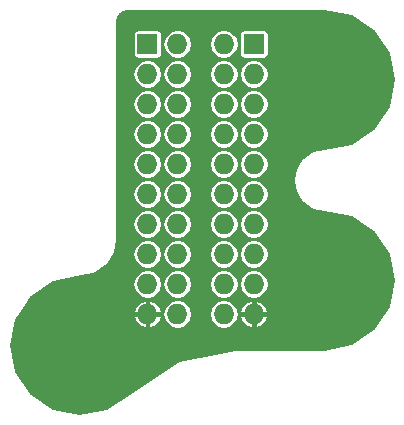
<source format=gbl>
G04 #@! TF.GenerationSoftware,KiCad,Pcbnew,(2016-12-15 revision b13c7e4)-master*
G04 #@! TF.CreationDate,2017-01-30T13:25:33-07:00*
G04 #@! TF.ProjectId,carriage_connector,63617272696167655F636F6E6E656374,0.5*
G04 #@! TF.FileFunction,Copper,L2,Bot,Signal*
G04 #@! TF.FilePolarity,Positive*
%FSLAX46Y46*%
G04 Gerber Fmt 4.6, Leading zero omitted, Abs format (unit mm)*
G04 Created by KiCad (PCBNEW (2016-12-15 revision b13c7e4)-master) date Mon Jan 30 13:25:33 2017*
%MOMM*%
%LPD*%
G01*
G04 APERTURE LIST*
%ADD10C,0.100000*%
%ADD11C,6.200000*%
%ADD12R,1.727200X1.727200*%
%ADD13O,1.727200X1.727200*%
%ADD14C,0.254000*%
G04 APERTURE END LIST*
D10*
D11*
X156000000Y-113000000D03*
X135000000Y-118720000D03*
X156000000Y-96000000D03*
D12*
X150000000Y-93000000D03*
D13*
X147460000Y-93000000D03*
X150000000Y-95540000D03*
X147460000Y-95540000D03*
X150000000Y-98080000D03*
X147460000Y-98080000D03*
X150000000Y-100620000D03*
X147460000Y-100620000D03*
X150000000Y-103160000D03*
X147460000Y-103160000D03*
X150000000Y-105700000D03*
X147460000Y-105700000D03*
X150000000Y-108240000D03*
X147460000Y-108240000D03*
X150000000Y-110780000D03*
X147460000Y-110780000D03*
X150000000Y-113320000D03*
X147460000Y-113320000D03*
X150000000Y-115860000D03*
X147460000Y-115860000D03*
X143540000Y-115860000D03*
X141000000Y-115860000D03*
X143540000Y-113320000D03*
X141000000Y-113320000D03*
X143540000Y-110780000D03*
X141000000Y-110780000D03*
X143540000Y-108240000D03*
X141000000Y-108240000D03*
X143540000Y-105700000D03*
X141000000Y-105700000D03*
X143540000Y-103160000D03*
X141000000Y-103160000D03*
X143540000Y-100620000D03*
X141000000Y-100620000D03*
X143540000Y-98080000D03*
X141000000Y-98080000D03*
X143540000Y-95540000D03*
X141000000Y-95540000D03*
X143540000Y-93000000D03*
D12*
X141000000Y-93000000D03*
D14*
G36*
X158213849Y-90655295D02*
X160090659Y-91909341D01*
X161344705Y-93786151D01*
X161785066Y-96000000D01*
X161344705Y-98213849D01*
X160090659Y-100090659D01*
X158213849Y-101344705D01*
X155911039Y-101802762D01*
X155050001Y-101974033D01*
X154885622Y-102042121D01*
X154155670Y-102529860D01*
X154029859Y-102655670D01*
X154029859Y-102655671D01*
X153542123Y-103385619D01*
X153542121Y-103385621D01*
X153474033Y-103550001D01*
X153302762Y-104411037D01*
X153302762Y-104588961D01*
X153474033Y-105449999D01*
X153542121Y-105614379D01*
X153542123Y-105614381D01*
X154029857Y-106344326D01*
X154029859Y-106344330D01*
X154155670Y-106470140D01*
X154885622Y-106957879D01*
X155050001Y-107025967D01*
X155911039Y-107197238D01*
X158213849Y-107655295D01*
X160090659Y-108909341D01*
X161344705Y-110786151D01*
X161785066Y-113000000D01*
X161344705Y-115213849D01*
X160090659Y-117090659D01*
X158213849Y-118344705D01*
X155955089Y-118794000D01*
X148500000Y-118794000D01*
X148455950Y-118802762D01*
X148411039Y-118802762D01*
X143627496Y-119754268D01*
X143463117Y-119822356D01*
X139407825Y-122532015D01*
X137455597Y-123836453D01*
X135241748Y-124276814D01*
X133027899Y-123836453D01*
X131151089Y-122582407D01*
X129897043Y-120705597D01*
X129456681Y-118491748D01*
X129897043Y-116277899D01*
X130004443Y-116117163D01*
X139782258Y-116117163D01*
X139957079Y-116539235D01*
X140296399Y-116886640D01*
X140742836Y-117077748D01*
X140936500Y-117007735D01*
X140936500Y-115923500D01*
X141063500Y-115923500D01*
X141063500Y-117007735D01*
X141257164Y-117077748D01*
X141703601Y-116886640D01*
X142042921Y-116539235D01*
X142217742Y-116117163D01*
X142147595Y-115923500D01*
X141063500Y-115923500D01*
X140936500Y-115923500D01*
X139852405Y-115923500D01*
X139782258Y-116117163D01*
X130004443Y-116117163D01*
X130176274Y-115860000D01*
X142271017Y-115860000D01*
X142365757Y-116336288D01*
X142635552Y-116740065D01*
X143039329Y-117009860D01*
X143515617Y-117104600D01*
X143564383Y-117104600D01*
X144040671Y-117009860D01*
X144444448Y-116740065D01*
X144714243Y-116336288D01*
X144808983Y-115860000D01*
X146191017Y-115860000D01*
X146285757Y-116336288D01*
X146555552Y-116740065D01*
X146959329Y-117009860D01*
X147435617Y-117104600D01*
X147484383Y-117104600D01*
X147960671Y-117009860D01*
X148364448Y-116740065D01*
X148634243Y-116336288D01*
X148677829Y-116117163D01*
X148782258Y-116117163D01*
X148957079Y-116539235D01*
X149296399Y-116886640D01*
X149742836Y-117077748D01*
X149936500Y-117007735D01*
X149936500Y-115923500D01*
X150063500Y-115923500D01*
X150063500Y-117007735D01*
X150257164Y-117077748D01*
X150703601Y-116886640D01*
X151042921Y-116539235D01*
X151217742Y-116117163D01*
X151147595Y-115923500D01*
X150063500Y-115923500D01*
X149936500Y-115923500D01*
X148852405Y-115923500D01*
X148782258Y-116117163D01*
X148677829Y-116117163D01*
X148728983Y-115860000D01*
X148677830Y-115602837D01*
X148782258Y-115602837D01*
X148852405Y-115796500D01*
X149936500Y-115796500D01*
X149936500Y-114712265D01*
X150063500Y-114712265D01*
X150063500Y-115796500D01*
X151147595Y-115796500D01*
X151217742Y-115602837D01*
X151042921Y-115180765D01*
X150703601Y-114833360D01*
X150257164Y-114642252D01*
X150063500Y-114712265D01*
X149936500Y-114712265D01*
X149742836Y-114642252D01*
X149296399Y-114833360D01*
X148957079Y-115180765D01*
X148782258Y-115602837D01*
X148677830Y-115602837D01*
X148634243Y-115383712D01*
X148364448Y-114979935D01*
X147960671Y-114710140D01*
X147484383Y-114615400D01*
X147435617Y-114615400D01*
X146959329Y-114710140D01*
X146555552Y-114979935D01*
X146285757Y-115383712D01*
X146191017Y-115860000D01*
X144808983Y-115860000D01*
X144714243Y-115383712D01*
X144444448Y-114979935D01*
X144040671Y-114710140D01*
X143564383Y-114615400D01*
X143515617Y-114615400D01*
X143039329Y-114710140D01*
X142635552Y-114979935D01*
X142365757Y-115383712D01*
X142271017Y-115860000D01*
X130176274Y-115860000D01*
X130348105Y-115602837D01*
X139782258Y-115602837D01*
X139852405Y-115796500D01*
X140936500Y-115796500D01*
X140936500Y-114712265D01*
X141063500Y-114712265D01*
X141063500Y-115796500D01*
X142147595Y-115796500D01*
X142217742Y-115602837D01*
X142042921Y-115180765D01*
X141703601Y-114833360D01*
X141257164Y-114642252D01*
X141063500Y-114712265D01*
X140936500Y-114712265D01*
X140742836Y-114642252D01*
X140296399Y-114833360D01*
X139957079Y-115180765D01*
X139782258Y-115602837D01*
X130348105Y-115602837D01*
X131151089Y-114401089D01*
X132769050Y-113320000D01*
X139731017Y-113320000D01*
X139825757Y-113796288D01*
X140095552Y-114200065D01*
X140499329Y-114469860D01*
X140975617Y-114564600D01*
X141024383Y-114564600D01*
X141500671Y-114469860D01*
X141904448Y-114200065D01*
X142174243Y-113796288D01*
X142268983Y-113320000D01*
X142271017Y-113320000D01*
X142365757Y-113796288D01*
X142635552Y-114200065D01*
X143039329Y-114469860D01*
X143515617Y-114564600D01*
X143564383Y-114564600D01*
X144040671Y-114469860D01*
X144444448Y-114200065D01*
X144714243Y-113796288D01*
X144808983Y-113320000D01*
X146191017Y-113320000D01*
X146285757Y-113796288D01*
X146555552Y-114200065D01*
X146959329Y-114469860D01*
X147435617Y-114564600D01*
X147484383Y-114564600D01*
X147960671Y-114469860D01*
X148364448Y-114200065D01*
X148634243Y-113796288D01*
X148728983Y-113320000D01*
X148731017Y-113320000D01*
X148825757Y-113796288D01*
X149095552Y-114200065D01*
X149499329Y-114469860D01*
X149975617Y-114564600D01*
X150024383Y-114564600D01*
X150500671Y-114469860D01*
X150904448Y-114200065D01*
X151174243Y-113796288D01*
X151268983Y-113320000D01*
X151174243Y-112843712D01*
X150904448Y-112439935D01*
X150500671Y-112170140D01*
X150024383Y-112075400D01*
X149975617Y-112075400D01*
X149499329Y-112170140D01*
X149095552Y-112439935D01*
X148825757Y-112843712D01*
X148731017Y-113320000D01*
X148728983Y-113320000D01*
X148634243Y-112843712D01*
X148364448Y-112439935D01*
X147960671Y-112170140D01*
X147484383Y-112075400D01*
X147435617Y-112075400D01*
X146959329Y-112170140D01*
X146555552Y-112439935D01*
X146285757Y-112843712D01*
X146191017Y-113320000D01*
X144808983Y-113320000D01*
X144714243Y-112843712D01*
X144444448Y-112439935D01*
X144040671Y-112170140D01*
X143564383Y-112075400D01*
X143515617Y-112075400D01*
X143039329Y-112170140D01*
X142635552Y-112439935D01*
X142365757Y-112843712D01*
X142271017Y-113320000D01*
X142268983Y-113320000D01*
X142174243Y-112843712D01*
X141904448Y-112439935D01*
X141500671Y-112170140D01*
X141024383Y-112075400D01*
X140975617Y-112075400D01*
X140499329Y-112170140D01*
X140095552Y-112439935D01*
X139825757Y-112843712D01*
X139731017Y-113320000D01*
X132769050Y-113320000D01*
X133027899Y-113147043D01*
X135330710Y-112688986D01*
X135330711Y-112688986D01*
X136383088Y-112479655D01*
X136547467Y-112411567D01*
X137439632Y-111815442D01*
X137565442Y-111689632D01*
X138161567Y-110797467D01*
X138168802Y-110780000D01*
X139731017Y-110780000D01*
X139825757Y-111256288D01*
X140095552Y-111660065D01*
X140499329Y-111929860D01*
X140975617Y-112024600D01*
X141024383Y-112024600D01*
X141500671Y-111929860D01*
X141904448Y-111660065D01*
X142174243Y-111256288D01*
X142268983Y-110780000D01*
X142271017Y-110780000D01*
X142365757Y-111256288D01*
X142635552Y-111660065D01*
X143039329Y-111929860D01*
X143515617Y-112024600D01*
X143564383Y-112024600D01*
X144040671Y-111929860D01*
X144444448Y-111660065D01*
X144714243Y-111256288D01*
X144808983Y-110780000D01*
X146191017Y-110780000D01*
X146285757Y-111256288D01*
X146555552Y-111660065D01*
X146959329Y-111929860D01*
X147435617Y-112024600D01*
X147484383Y-112024600D01*
X147960671Y-111929860D01*
X148364448Y-111660065D01*
X148634243Y-111256288D01*
X148728983Y-110780000D01*
X148731017Y-110780000D01*
X148825757Y-111256288D01*
X149095552Y-111660065D01*
X149499329Y-111929860D01*
X149975617Y-112024600D01*
X150024383Y-112024600D01*
X150500671Y-111929860D01*
X150904448Y-111660065D01*
X151174243Y-111256288D01*
X151268983Y-110780000D01*
X151174243Y-110303712D01*
X150904448Y-109899935D01*
X150500671Y-109630140D01*
X150024383Y-109535400D01*
X149975617Y-109535400D01*
X149499329Y-109630140D01*
X149095552Y-109899935D01*
X148825757Y-110303712D01*
X148731017Y-110780000D01*
X148728983Y-110780000D01*
X148634243Y-110303712D01*
X148364448Y-109899935D01*
X147960671Y-109630140D01*
X147484383Y-109535400D01*
X147435617Y-109535400D01*
X146959329Y-109630140D01*
X146555552Y-109899935D01*
X146285757Y-110303712D01*
X146191017Y-110780000D01*
X144808983Y-110780000D01*
X144714243Y-110303712D01*
X144444448Y-109899935D01*
X144040671Y-109630140D01*
X143564383Y-109535400D01*
X143515617Y-109535400D01*
X143039329Y-109630140D01*
X142635552Y-109899935D01*
X142365757Y-110303712D01*
X142271017Y-110780000D01*
X142268983Y-110780000D01*
X142174243Y-110303712D01*
X141904448Y-109899935D01*
X141500671Y-109630140D01*
X141024383Y-109535400D01*
X140975617Y-109535400D01*
X140499329Y-109630140D01*
X140095552Y-109899935D01*
X139825757Y-110303712D01*
X139731017Y-110780000D01*
X138168802Y-110780000D01*
X138229655Y-110633088D01*
X138438986Y-109580709D01*
X138438986Y-109544050D01*
X138447748Y-109500000D01*
X138447748Y-108240000D01*
X139731017Y-108240000D01*
X139825757Y-108716288D01*
X140095552Y-109120065D01*
X140499329Y-109389860D01*
X140975617Y-109484600D01*
X141024383Y-109484600D01*
X141500671Y-109389860D01*
X141904448Y-109120065D01*
X142174243Y-108716288D01*
X142268983Y-108240000D01*
X142271017Y-108240000D01*
X142365757Y-108716288D01*
X142635552Y-109120065D01*
X143039329Y-109389860D01*
X143515617Y-109484600D01*
X143564383Y-109484600D01*
X144040671Y-109389860D01*
X144444448Y-109120065D01*
X144714243Y-108716288D01*
X144808983Y-108240000D01*
X146191017Y-108240000D01*
X146285757Y-108716288D01*
X146555552Y-109120065D01*
X146959329Y-109389860D01*
X147435617Y-109484600D01*
X147484383Y-109484600D01*
X147960671Y-109389860D01*
X148364448Y-109120065D01*
X148634243Y-108716288D01*
X148728983Y-108240000D01*
X148731017Y-108240000D01*
X148825757Y-108716288D01*
X149095552Y-109120065D01*
X149499329Y-109389860D01*
X149975617Y-109484600D01*
X150024383Y-109484600D01*
X150500671Y-109389860D01*
X150904448Y-109120065D01*
X151174243Y-108716288D01*
X151268983Y-108240000D01*
X151174243Y-107763712D01*
X150904448Y-107359935D01*
X150500671Y-107090140D01*
X150024383Y-106995400D01*
X149975617Y-106995400D01*
X149499329Y-107090140D01*
X149095552Y-107359935D01*
X148825757Y-107763712D01*
X148731017Y-108240000D01*
X148728983Y-108240000D01*
X148634243Y-107763712D01*
X148364448Y-107359935D01*
X147960671Y-107090140D01*
X147484383Y-106995400D01*
X147435617Y-106995400D01*
X146959329Y-107090140D01*
X146555552Y-107359935D01*
X146285757Y-107763712D01*
X146191017Y-108240000D01*
X144808983Y-108240000D01*
X144714243Y-107763712D01*
X144444448Y-107359935D01*
X144040671Y-107090140D01*
X143564383Y-106995400D01*
X143515617Y-106995400D01*
X143039329Y-107090140D01*
X142635552Y-107359935D01*
X142365757Y-107763712D01*
X142271017Y-108240000D01*
X142268983Y-108240000D01*
X142174243Y-107763712D01*
X141904448Y-107359935D01*
X141500671Y-107090140D01*
X141024383Y-106995400D01*
X140975617Y-106995400D01*
X140499329Y-107090140D01*
X140095552Y-107359935D01*
X139825757Y-107763712D01*
X139731017Y-108240000D01*
X138447748Y-108240000D01*
X138447748Y-105700000D01*
X139731017Y-105700000D01*
X139825757Y-106176288D01*
X140095552Y-106580065D01*
X140499329Y-106849860D01*
X140975617Y-106944600D01*
X141024383Y-106944600D01*
X141500671Y-106849860D01*
X141904448Y-106580065D01*
X142174243Y-106176288D01*
X142268983Y-105700000D01*
X142271017Y-105700000D01*
X142365757Y-106176288D01*
X142635552Y-106580065D01*
X143039329Y-106849860D01*
X143515617Y-106944600D01*
X143564383Y-106944600D01*
X144040671Y-106849860D01*
X144444448Y-106580065D01*
X144714243Y-106176288D01*
X144808983Y-105700000D01*
X146191017Y-105700000D01*
X146285757Y-106176288D01*
X146555552Y-106580065D01*
X146959329Y-106849860D01*
X147435617Y-106944600D01*
X147484383Y-106944600D01*
X147960671Y-106849860D01*
X148364448Y-106580065D01*
X148634243Y-106176288D01*
X148728983Y-105700000D01*
X148731017Y-105700000D01*
X148825757Y-106176288D01*
X149095552Y-106580065D01*
X149499329Y-106849860D01*
X149975617Y-106944600D01*
X150024383Y-106944600D01*
X150500671Y-106849860D01*
X150904448Y-106580065D01*
X151174243Y-106176288D01*
X151268983Y-105700000D01*
X151174243Y-105223712D01*
X150904448Y-104819935D01*
X150500671Y-104550140D01*
X150024383Y-104455400D01*
X149975617Y-104455400D01*
X149499329Y-104550140D01*
X149095552Y-104819935D01*
X148825757Y-105223712D01*
X148731017Y-105700000D01*
X148728983Y-105700000D01*
X148634243Y-105223712D01*
X148364448Y-104819935D01*
X147960671Y-104550140D01*
X147484383Y-104455400D01*
X147435617Y-104455400D01*
X146959329Y-104550140D01*
X146555552Y-104819935D01*
X146285757Y-105223712D01*
X146191017Y-105700000D01*
X144808983Y-105700000D01*
X144714243Y-105223712D01*
X144444448Y-104819935D01*
X144040671Y-104550140D01*
X143564383Y-104455400D01*
X143515617Y-104455400D01*
X143039329Y-104550140D01*
X142635552Y-104819935D01*
X142365757Y-105223712D01*
X142271017Y-105700000D01*
X142268983Y-105700000D01*
X142174243Y-105223712D01*
X141904448Y-104819935D01*
X141500671Y-104550140D01*
X141024383Y-104455400D01*
X140975617Y-104455400D01*
X140499329Y-104550140D01*
X140095552Y-104819935D01*
X139825757Y-105223712D01*
X139731017Y-105700000D01*
X138447748Y-105700000D01*
X138447748Y-103160000D01*
X139731017Y-103160000D01*
X139825757Y-103636288D01*
X140095552Y-104040065D01*
X140499329Y-104309860D01*
X140975617Y-104404600D01*
X141024383Y-104404600D01*
X141500671Y-104309860D01*
X141904448Y-104040065D01*
X142174243Y-103636288D01*
X142268983Y-103160000D01*
X142271017Y-103160000D01*
X142365757Y-103636288D01*
X142635552Y-104040065D01*
X143039329Y-104309860D01*
X143515617Y-104404600D01*
X143564383Y-104404600D01*
X144040671Y-104309860D01*
X144444448Y-104040065D01*
X144714243Y-103636288D01*
X144808983Y-103160000D01*
X146191017Y-103160000D01*
X146285757Y-103636288D01*
X146555552Y-104040065D01*
X146959329Y-104309860D01*
X147435617Y-104404600D01*
X147484383Y-104404600D01*
X147960671Y-104309860D01*
X148364448Y-104040065D01*
X148634243Y-103636288D01*
X148728983Y-103160000D01*
X148731017Y-103160000D01*
X148825757Y-103636288D01*
X149095552Y-104040065D01*
X149499329Y-104309860D01*
X149975617Y-104404600D01*
X150024383Y-104404600D01*
X150500671Y-104309860D01*
X150904448Y-104040065D01*
X151174243Y-103636288D01*
X151268983Y-103160000D01*
X151174243Y-102683712D01*
X150904448Y-102279935D01*
X150500671Y-102010140D01*
X150024383Y-101915400D01*
X149975617Y-101915400D01*
X149499329Y-102010140D01*
X149095552Y-102279935D01*
X148825757Y-102683712D01*
X148731017Y-103160000D01*
X148728983Y-103160000D01*
X148634243Y-102683712D01*
X148364448Y-102279935D01*
X147960671Y-102010140D01*
X147484383Y-101915400D01*
X147435617Y-101915400D01*
X146959329Y-102010140D01*
X146555552Y-102279935D01*
X146285757Y-102683712D01*
X146191017Y-103160000D01*
X144808983Y-103160000D01*
X144714243Y-102683712D01*
X144444448Y-102279935D01*
X144040671Y-102010140D01*
X143564383Y-101915400D01*
X143515617Y-101915400D01*
X143039329Y-102010140D01*
X142635552Y-102279935D01*
X142365757Y-102683712D01*
X142271017Y-103160000D01*
X142268983Y-103160000D01*
X142174243Y-102683712D01*
X141904448Y-102279935D01*
X141500671Y-102010140D01*
X141024383Y-101915400D01*
X140975617Y-101915400D01*
X140499329Y-102010140D01*
X140095552Y-102279935D01*
X139825757Y-102683712D01*
X139731017Y-103160000D01*
X138447748Y-103160000D01*
X138447748Y-100620000D01*
X139731017Y-100620000D01*
X139825757Y-101096288D01*
X140095552Y-101500065D01*
X140499329Y-101769860D01*
X140975617Y-101864600D01*
X141024383Y-101864600D01*
X141500671Y-101769860D01*
X141904448Y-101500065D01*
X142174243Y-101096288D01*
X142268983Y-100620000D01*
X142271017Y-100620000D01*
X142365757Y-101096288D01*
X142635552Y-101500065D01*
X143039329Y-101769860D01*
X143515617Y-101864600D01*
X143564383Y-101864600D01*
X144040671Y-101769860D01*
X144444448Y-101500065D01*
X144714243Y-101096288D01*
X144808983Y-100620000D01*
X146191017Y-100620000D01*
X146285757Y-101096288D01*
X146555552Y-101500065D01*
X146959329Y-101769860D01*
X147435617Y-101864600D01*
X147484383Y-101864600D01*
X147960671Y-101769860D01*
X148364448Y-101500065D01*
X148634243Y-101096288D01*
X148728983Y-100620000D01*
X148731017Y-100620000D01*
X148825757Y-101096288D01*
X149095552Y-101500065D01*
X149499329Y-101769860D01*
X149975617Y-101864600D01*
X150024383Y-101864600D01*
X150500671Y-101769860D01*
X150904448Y-101500065D01*
X151174243Y-101096288D01*
X151268983Y-100620000D01*
X151174243Y-100143712D01*
X150904448Y-99739935D01*
X150500671Y-99470140D01*
X150024383Y-99375400D01*
X149975617Y-99375400D01*
X149499329Y-99470140D01*
X149095552Y-99739935D01*
X148825757Y-100143712D01*
X148731017Y-100620000D01*
X148728983Y-100620000D01*
X148634243Y-100143712D01*
X148364448Y-99739935D01*
X147960671Y-99470140D01*
X147484383Y-99375400D01*
X147435617Y-99375400D01*
X146959329Y-99470140D01*
X146555552Y-99739935D01*
X146285757Y-100143712D01*
X146191017Y-100620000D01*
X144808983Y-100620000D01*
X144714243Y-100143712D01*
X144444448Y-99739935D01*
X144040671Y-99470140D01*
X143564383Y-99375400D01*
X143515617Y-99375400D01*
X143039329Y-99470140D01*
X142635552Y-99739935D01*
X142365757Y-100143712D01*
X142271017Y-100620000D01*
X142268983Y-100620000D01*
X142174243Y-100143712D01*
X141904448Y-99739935D01*
X141500671Y-99470140D01*
X141024383Y-99375400D01*
X140975617Y-99375400D01*
X140499329Y-99470140D01*
X140095552Y-99739935D01*
X139825757Y-100143712D01*
X139731017Y-100620000D01*
X138447748Y-100620000D01*
X138447748Y-98080000D01*
X139731017Y-98080000D01*
X139825757Y-98556288D01*
X140095552Y-98960065D01*
X140499329Y-99229860D01*
X140975617Y-99324600D01*
X141024383Y-99324600D01*
X141500671Y-99229860D01*
X141904448Y-98960065D01*
X142174243Y-98556288D01*
X142268983Y-98080000D01*
X142271017Y-98080000D01*
X142365757Y-98556288D01*
X142635552Y-98960065D01*
X143039329Y-99229860D01*
X143515617Y-99324600D01*
X143564383Y-99324600D01*
X144040671Y-99229860D01*
X144444448Y-98960065D01*
X144714243Y-98556288D01*
X144808983Y-98080000D01*
X146191017Y-98080000D01*
X146285757Y-98556288D01*
X146555552Y-98960065D01*
X146959329Y-99229860D01*
X147435617Y-99324600D01*
X147484383Y-99324600D01*
X147960671Y-99229860D01*
X148364448Y-98960065D01*
X148634243Y-98556288D01*
X148728983Y-98080000D01*
X148731017Y-98080000D01*
X148825757Y-98556288D01*
X149095552Y-98960065D01*
X149499329Y-99229860D01*
X149975617Y-99324600D01*
X150024383Y-99324600D01*
X150500671Y-99229860D01*
X150904448Y-98960065D01*
X151174243Y-98556288D01*
X151268983Y-98080000D01*
X151174243Y-97603712D01*
X150904448Y-97199935D01*
X150500671Y-96930140D01*
X150024383Y-96835400D01*
X149975617Y-96835400D01*
X149499329Y-96930140D01*
X149095552Y-97199935D01*
X148825757Y-97603712D01*
X148731017Y-98080000D01*
X148728983Y-98080000D01*
X148634243Y-97603712D01*
X148364448Y-97199935D01*
X147960671Y-96930140D01*
X147484383Y-96835400D01*
X147435617Y-96835400D01*
X146959329Y-96930140D01*
X146555552Y-97199935D01*
X146285757Y-97603712D01*
X146191017Y-98080000D01*
X144808983Y-98080000D01*
X144714243Y-97603712D01*
X144444448Y-97199935D01*
X144040671Y-96930140D01*
X143564383Y-96835400D01*
X143515617Y-96835400D01*
X143039329Y-96930140D01*
X142635552Y-97199935D01*
X142365757Y-97603712D01*
X142271017Y-98080000D01*
X142268983Y-98080000D01*
X142174243Y-97603712D01*
X141904448Y-97199935D01*
X141500671Y-96930140D01*
X141024383Y-96835400D01*
X140975617Y-96835400D01*
X140499329Y-96930140D01*
X140095552Y-97199935D01*
X139825757Y-97603712D01*
X139731017Y-98080000D01*
X138447748Y-98080000D01*
X138447748Y-95540000D01*
X139731017Y-95540000D01*
X139825757Y-96016288D01*
X140095552Y-96420065D01*
X140499329Y-96689860D01*
X140975617Y-96784600D01*
X141024383Y-96784600D01*
X141500671Y-96689860D01*
X141904448Y-96420065D01*
X142174243Y-96016288D01*
X142268983Y-95540000D01*
X142271017Y-95540000D01*
X142365757Y-96016288D01*
X142635552Y-96420065D01*
X143039329Y-96689860D01*
X143515617Y-96784600D01*
X143564383Y-96784600D01*
X144040671Y-96689860D01*
X144444448Y-96420065D01*
X144714243Y-96016288D01*
X144808983Y-95540000D01*
X146191017Y-95540000D01*
X146285757Y-96016288D01*
X146555552Y-96420065D01*
X146959329Y-96689860D01*
X147435617Y-96784600D01*
X147484383Y-96784600D01*
X147960671Y-96689860D01*
X148364448Y-96420065D01*
X148634243Y-96016288D01*
X148728983Y-95540000D01*
X148731017Y-95540000D01*
X148825757Y-96016288D01*
X149095552Y-96420065D01*
X149499329Y-96689860D01*
X149975617Y-96784600D01*
X150024383Y-96784600D01*
X150500671Y-96689860D01*
X150904448Y-96420065D01*
X151174243Y-96016288D01*
X151268983Y-95540000D01*
X151174243Y-95063712D01*
X150904448Y-94659935D01*
X150500671Y-94390140D01*
X150024383Y-94295400D01*
X149975617Y-94295400D01*
X149499329Y-94390140D01*
X149095552Y-94659935D01*
X148825757Y-95063712D01*
X148731017Y-95540000D01*
X148728983Y-95540000D01*
X148634243Y-95063712D01*
X148364448Y-94659935D01*
X147960671Y-94390140D01*
X147484383Y-94295400D01*
X147435617Y-94295400D01*
X146959329Y-94390140D01*
X146555552Y-94659935D01*
X146285757Y-95063712D01*
X146191017Y-95540000D01*
X144808983Y-95540000D01*
X144714243Y-95063712D01*
X144444448Y-94659935D01*
X144040671Y-94390140D01*
X143564383Y-94295400D01*
X143515617Y-94295400D01*
X143039329Y-94390140D01*
X142635552Y-94659935D01*
X142365757Y-95063712D01*
X142271017Y-95540000D01*
X142268983Y-95540000D01*
X142174243Y-95063712D01*
X141904448Y-94659935D01*
X141500671Y-94390140D01*
X141024383Y-94295400D01*
X140975617Y-94295400D01*
X140499329Y-94390140D01*
X140095552Y-94659935D01*
X139825757Y-95063712D01*
X139731017Y-95540000D01*
X138447748Y-95540000D01*
X138447748Y-92136400D01*
X139747936Y-92136400D01*
X139747936Y-93863600D01*
X139777506Y-94012259D01*
X139861714Y-94138286D01*
X139987741Y-94222494D01*
X140136400Y-94252064D01*
X141863600Y-94252064D01*
X142012259Y-94222494D01*
X142138286Y-94138286D01*
X142222494Y-94012259D01*
X142252064Y-93863600D01*
X142252064Y-93000000D01*
X142271017Y-93000000D01*
X142365757Y-93476288D01*
X142635552Y-93880065D01*
X143039329Y-94149860D01*
X143515617Y-94244600D01*
X143564383Y-94244600D01*
X144040671Y-94149860D01*
X144444448Y-93880065D01*
X144714243Y-93476288D01*
X144808983Y-93000000D01*
X146191017Y-93000000D01*
X146285757Y-93476288D01*
X146555552Y-93880065D01*
X146959329Y-94149860D01*
X147435617Y-94244600D01*
X147484383Y-94244600D01*
X147960671Y-94149860D01*
X148364448Y-93880065D01*
X148634243Y-93476288D01*
X148728983Y-93000000D01*
X148634243Y-92523712D01*
X148375450Y-92136400D01*
X148747936Y-92136400D01*
X148747936Y-93863600D01*
X148777506Y-94012259D01*
X148861714Y-94138286D01*
X148987741Y-94222494D01*
X149136400Y-94252064D01*
X150863600Y-94252064D01*
X151012259Y-94222494D01*
X151138286Y-94138286D01*
X151222494Y-94012259D01*
X151252064Y-93863600D01*
X151252064Y-92136400D01*
X151222494Y-91987741D01*
X151138286Y-91861714D01*
X151012259Y-91777506D01*
X150863600Y-91747936D01*
X149136400Y-91747936D01*
X148987741Y-91777506D01*
X148861714Y-91861714D01*
X148777506Y-91987741D01*
X148747936Y-92136400D01*
X148375450Y-92136400D01*
X148364448Y-92119935D01*
X147960671Y-91850140D01*
X147484383Y-91755400D01*
X147435617Y-91755400D01*
X146959329Y-91850140D01*
X146555552Y-92119935D01*
X146285757Y-92523712D01*
X146191017Y-93000000D01*
X144808983Y-93000000D01*
X144714243Y-92523712D01*
X144444448Y-92119935D01*
X144040671Y-91850140D01*
X143564383Y-91755400D01*
X143515617Y-91755400D01*
X143039329Y-91850140D01*
X142635552Y-92119935D01*
X142365757Y-92523712D01*
X142271017Y-93000000D01*
X142252064Y-93000000D01*
X142252064Y-92136400D01*
X142222494Y-91987741D01*
X142138286Y-91861714D01*
X142012259Y-91777506D01*
X141863600Y-91747936D01*
X140136400Y-91747936D01*
X139987741Y-91777506D01*
X139861714Y-91861714D01*
X139777506Y-91987741D01*
X139747936Y-92136400D01*
X138447748Y-92136400D01*
X138447748Y-91044913D01*
X138516441Y-90699568D01*
X138686623Y-90444875D01*
X138941316Y-90274694D01*
X139286661Y-90206000D01*
X155955089Y-90206000D01*
X158213849Y-90655295D01*
X158213849Y-90655295D01*
G37*
X158213849Y-90655295D02*
X160090659Y-91909341D01*
X161344705Y-93786151D01*
X161785066Y-96000000D01*
X161344705Y-98213849D01*
X160090659Y-100090659D01*
X158213849Y-101344705D01*
X155911039Y-101802762D01*
X155050001Y-101974033D01*
X154885622Y-102042121D01*
X154155670Y-102529860D01*
X154029859Y-102655670D01*
X154029859Y-102655671D01*
X153542123Y-103385619D01*
X153542121Y-103385621D01*
X153474033Y-103550001D01*
X153302762Y-104411037D01*
X153302762Y-104588961D01*
X153474033Y-105449999D01*
X153542121Y-105614379D01*
X153542123Y-105614381D01*
X154029857Y-106344326D01*
X154029859Y-106344330D01*
X154155670Y-106470140D01*
X154885622Y-106957879D01*
X155050001Y-107025967D01*
X155911039Y-107197238D01*
X158213849Y-107655295D01*
X160090659Y-108909341D01*
X161344705Y-110786151D01*
X161785066Y-113000000D01*
X161344705Y-115213849D01*
X160090659Y-117090659D01*
X158213849Y-118344705D01*
X155955089Y-118794000D01*
X148500000Y-118794000D01*
X148455950Y-118802762D01*
X148411039Y-118802762D01*
X143627496Y-119754268D01*
X143463117Y-119822356D01*
X139407825Y-122532015D01*
X137455597Y-123836453D01*
X135241748Y-124276814D01*
X133027899Y-123836453D01*
X131151089Y-122582407D01*
X129897043Y-120705597D01*
X129456681Y-118491748D01*
X129897043Y-116277899D01*
X130004443Y-116117163D01*
X139782258Y-116117163D01*
X139957079Y-116539235D01*
X140296399Y-116886640D01*
X140742836Y-117077748D01*
X140936500Y-117007735D01*
X140936500Y-115923500D01*
X141063500Y-115923500D01*
X141063500Y-117007735D01*
X141257164Y-117077748D01*
X141703601Y-116886640D01*
X142042921Y-116539235D01*
X142217742Y-116117163D01*
X142147595Y-115923500D01*
X141063500Y-115923500D01*
X140936500Y-115923500D01*
X139852405Y-115923500D01*
X139782258Y-116117163D01*
X130004443Y-116117163D01*
X130176274Y-115860000D01*
X142271017Y-115860000D01*
X142365757Y-116336288D01*
X142635552Y-116740065D01*
X143039329Y-117009860D01*
X143515617Y-117104600D01*
X143564383Y-117104600D01*
X144040671Y-117009860D01*
X144444448Y-116740065D01*
X144714243Y-116336288D01*
X144808983Y-115860000D01*
X146191017Y-115860000D01*
X146285757Y-116336288D01*
X146555552Y-116740065D01*
X146959329Y-117009860D01*
X147435617Y-117104600D01*
X147484383Y-117104600D01*
X147960671Y-117009860D01*
X148364448Y-116740065D01*
X148634243Y-116336288D01*
X148677829Y-116117163D01*
X148782258Y-116117163D01*
X148957079Y-116539235D01*
X149296399Y-116886640D01*
X149742836Y-117077748D01*
X149936500Y-117007735D01*
X149936500Y-115923500D01*
X150063500Y-115923500D01*
X150063500Y-117007735D01*
X150257164Y-117077748D01*
X150703601Y-116886640D01*
X151042921Y-116539235D01*
X151217742Y-116117163D01*
X151147595Y-115923500D01*
X150063500Y-115923500D01*
X149936500Y-115923500D01*
X148852405Y-115923500D01*
X148782258Y-116117163D01*
X148677829Y-116117163D01*
X148728983Y-115860000D01*
X148677830Y-115602837D01*
X148782258Y-115602837D01*
X148852405Y-115796500D01*
X149936500Y-115796500D01*
X149936500Y-114712265D01*
X150063500Y-114712265D01*
X150063500Y-115796500D01*
X151147595Y-115796500D01*
X151217742Y-115602837D01*
X151042921Y-115180765D01*
X150703601Y-114833360D01*
X150257164Y-114642252D01*
X150063500Y-114712265D01*
X149936500Y-114712265D01*
X149742836Y-114642252D01*
X149296399Y-114833360D01*
X148957079Y-115180765D01*
X148782258Y-115602837D01*
X148677830Y-115602837D01*
X148634243Y-115383712D01*
X148364448Y-114979935D01*
X147960671Y-114710140D01*
X147484383Y-114615400D01*
X147435617Y-114615400D01*
X146959329Y-114710140D01*
X146555552Y-114979935D01*
X146285757Y-115383712D01*
X146191017Y-115860000D01*
X144808983Y-115860000D01*
X144714243Y-115383712D01*
X144444448Y-114979935D01*
X144040671Y-114710140D01*
X143564383Y-114615400D01*
X143515617Y-114615400D01*
X143039329Y-114710140D01*
X142635552Y-114979935D01*
X142365757Y-115383712D01*
X142271017Y-115860000D01*
X130176274Y-115860000D01*
X130348105Y-115602837D01*
X139782258Y-115602837D01*
X139852405Y-115796500D01*
X140936500Y-115796500D01*
X140936500Y-114712265D01*
X141063500Y-114712265D01*
X141063500Y-115796500D01*
X142147595Y-115796500D01*
X142217742Y-115602837D01*
X142042921Y-115180765D01*
X141703601Y-114833360D01*
X141257164Y-114642252D01*
X141063500Y-114712265D01*
X140936500Y-114712265D01*
X140742836Y-114642252D01*
X140296399Y-114833360D01*
X139957079Y-115180765D01*
X139782258Y-115602837D01*
X130348105Y-115602837D01*
X131151089Y-114401089D01*
X132769050Y-113320000D01*
X139731017Y-113320000D01*
X139825757Y-113796288D01*
X140095552Y-114200065D01*
X140499329Y-114469860D01*
X140975617Y-114564600D01*
X141024383Y-114564600D01*
X141500671Y-114469860D01*
X141904448Y-114200065D01*
X142174243Y-113796288D01*
X142268983Y-113320000D01*
X142271017Y-113320000D01*
X142365757Y-113796288D01*
X142635552Y-114200065D01*
X143039329Y-114469860D01*
X143515617Y-114564600D01*
X143564383Y-114564600D01*
X144040671Y-114469860D01*
X144444448Y-114200065D01*
X144714243Y-113796288D01*
X144808983Y-113320000D01*
X146191017Y-113320000D01*
X146285757Y-113796288D01*
X146555552Y-114200065D01*
X146959329Y-114469860D01*
X147435617Y-114564600D01*
X147484383Y-114564600D01*
X147960671Y-114469860D01*
X148364448Y-114200065D01*
X148634243Y-113796288D01*
X148728983Y-113320000D01*
X148731017Y-113320000D01*
X148825757Y-113796288D01*
X149095552Y-114200065D01*
X149499329Y-114469860D01*
X149975617Y-114564600D01*
X150024383Y-114564600D01*
X150500671Y-114469860D01*
X150904448Y-114200065D01*
X151174243Y-113796288D01*
X151268983Y-113320000D01*
X151174243Y-112843712D01*
X150904448Y-112439935D01*
X150500671Y-112170140D01*
X150024383Y-112075400D01*
X149975617Y-112075400D01*
X149499329Y-112170140D01*
X149095552Y-112439935D01*
X148825757Y-112843712D01*
X148731017Y-113320000D01*
X148728983Y-113320000D01*
X148634243Y-112843712D01*
X148364448Y-112439935D01*
X147960671Y-112170140D01*
X147484383Y-112075400D01*
X147435617Y-112075400D01*
X146959329Y-112170140D01*
X146555552Y-112439935D01*
X146285757Y-112843712D01*
X146191017Y-113320000D01*
X144808983Y-113320000D01*
X144714243Y-112843712D01*
X144444448Y-112439935D01*
X144040671Y-112170140D01*
X143564383Y-112075400D01*
X143515617Y-112075400D01*
X143039329Y-112170140D01*
X142635552Y-112439935D01*
X142365757Y-112843712D01*
X142271017Y-113320000D01*
X142268983Y-113320000D01*
X142174243Y-112843712D01*
X141904448Y-112439935D01*
X141500671Y-112170140D01*
X141024383Y-112075400D01*
X140975617Y-112075400D01*
X140499329Y-112170140D01*
X140095552Y-112439935D01*
X139825757Y-112843712D01*
X139731017Y-113320000D01*
X132769050Y-113320000D01*
X133027899Y-113147043D01*
X135330710Y-112688986D01*
X135330711Y-112688986D01*
X136383088Y-112479655D01*
X136547467Y-112411567D01*
X137439632Y-111815442D01*
X137565442Y-111689632D01*
X138161567Y-110797467D01*
X138168802Y-110780000D01*
X139731017Y-110780000D01*
X139825757Y-111256288D01*
X140095552Y-111660065D01*
X140499329Y-111929860D01*
X140975617Y-112024600D01*
X141024383Y-112024600D01*
X141500671Y-111929860D01*
X141904448Y-111660065D01*
X142174243Y-111256288D01*
X142268983Y-110780000D01*
X142271017Y-110780000D01*
X142365757Y-111256288D01*
X142635552Y-111660065D01*
X143039329Y-111929860D01*
X143515617Y-112024600D01*
X143564383Y-112024600D01*
X144040671Y-111929860D01*
X144444448Y-111660065D01*
X144714243Y-111256288D01*
X144808983Y-110780000D01*
X146191017Y-110780000D01*
X146285757Y-111256288D01*
X146555552Y-111660065D01*
X146959329Y-111929860D01*
X147435617Y-112024600D01*
X147484383Y-112024600D01*
X147960671Y-111929860D01*
X148364448Y-111660065D01*
X148634243Y-111256288D01*
X148728983Y-110780000D01*
X148731017Y-110780000D01*
X148825757Y-111256288D01*
X149095552Y-111660065D01*
X149499329Y-111929860D01*
X149975617Y-112024600D01*
X150024383Y-112024600D01*
X150500671Y-111929860D01*
X150904448Y-111660065D01*
X151174243Y-111256288D01*
X151268983Y-110780000D01*
X151174243Y-110303712D01*
X150904448Y-109899935D01*
X150500671Y-109630140D01*
X150024383Y-109535400D01*
X149975617Y-109535400D01*
X149499329Y-109630140D01*
X149095552Y-109899935D01*
X148825757Y-110303712D01*
X148731017Y-110780000D01*
X148728983Y-110780000D01*
X148634243Y-110303712D01*
X148364448Y-109899935D01*
X147960671Y-109630140D01*
X147484383Y-109535400D01*
X147435617Y-109535400D01*
X146959329Y-109630140D01*
X146555552Y-109899935D01*
X146285757Y-110303712D01*
X146191017Y-110780000D01*
X144808983Y-110780000D01*
X144714243Y-110303712D01*
X144444448Y-109899935D01*
X144040671Y-109630140D01*
X143564383Y-109535400D01*
X143515617Y-109535400D01*
X143039329Y-109630140D01*
X142635552Y-109899935D01*
X142365757Y-110303712D01*
X142271017Y-110780000D01*
X142268983Y-110780000D01*
X142174243Y-110303712D01*
X141904448Y-109899935D01*
X141500671Y-109630140D01*
X141024383Y-109535400D01*
X140975617Y-109535400D01*
X140499329Y-109630140D01*
X140095552Y-109899935D01*
X139825757Y-110303712D01*
X139731017Y-110780000D01*
X138168802Y-110780000D01*
X138229655Y-110633088D01*
X138438986Y-109580709D01*
X138438986Y-109544050D01*
X138447748Y-109500000D01*
X138447748Y-108240000D01*
X139731017Y-108240000D01*
X139825757Y-108716288D01*
X140095552Y-109120065D01*
X140499329Y-109389860D01*
X140975617Y-109484600D01*
X141024383Y-109484600D01*
X141500671Y-109389860D01*
X141904448Y-109120065D01*
X142174243Y-108716288D01*
X142268983Y-108240000D01*
X142271017Y-108240000D01*
X142365757Y-108716288D01*
X142635552Y-109120065D01*
X143039329Y-109389860D01*
X143515617Y-109484600D01*
X143564383Y-109484600D01*
X144040671Y-109389860D01*
X144444448Y-109120065D01*
X144714243Y-108716288D01*
X144808983Y-108240000D01*
X146191017Y-108240000D01*
X146285757Y-108716288D01*
X146555552Y-109120065D01*
X146959329Y-109389860D01*
X147435617Y-109484600D01*
X147484383Y-109484600D01*
X147960671Y-109389860D01*
X148364448Y-109120065D01*
X148634243Y-108716288D01*
X148728983Y-108240000D01*
X148731017Y-108240000D01*
X148825757Y-108716288D01*
X149095552Y-109120065D01*
X149499329Y-109389860D01*
X149975617Y-109484600D01*
X150024383Y-109484600D01*
X150500671Y-109389860D01*
X150904448Y-109120065D01*
X151174243Y-108716288D01*
X151268983Y-108240000D01*
X151174243Y-107763712D01*
X150904448Y-107359935D01*
X150500671Y-107090140D01*
X150024383Y-106995400D01*
X149975617Y-106995400D01*
X149499329Y-107090140D01*
X149095552Y-107359935D01*
X148825757Y-107763712D01*
X148731017Y-108240000D01*
X148728983Y-108240000D01*
X148634243Y-107763712D01*
X148364448Y-107359935D01*
X147960671Y-107090140D01*
X147484383Y-106995400D01*
X147435617Y-106995400D01*
X146959329Y-107090140D01*
X146555552Y-107359935D01*
X146285757Y-107763712D01*
X146191017Y-108240000D01*
X144808983Y-108240000D01*
X144714243Y-107763712D01*
X144444448Y-107359935D01*
X144040671Y-107090140D01*
X143564383Y-106995400D01*
X143515617Y-106995400D01*
X143039329Y-107090140D01*
X142635552Y-107359935D01*
X142365757Y-107763712D01*
X142271017Y-108240000D01*
X142268983Y-108240000D01*
X142174243Y-107763712D01*
X141904448Y-107359935D01*
X141500671Y-107090140D01*
X141024383Y-106995400D01*
X140975617Y-106995400D01*
X140499329Y-107090140D01*
X140095552Y-107359935D01*
X139825757Y-107763712D01*
X139731017Y-108240000D01*
X138447748Y-108240000D01*
X138447748Y-105700000D01*
X139731017Y-105700000D01*
X139825757Y-106176288D01*
X140095552Y-106580065D01*
X140499329Y-106849860D01*
X140975617Y-106944600D01*
X141024383Y-106944600D01*
X141500671Y-106849860D01*
X141904448Y-106580065D01*
X142174243Y-106176288D01*
X142268983Y-105700000D01*
X142271017Y-105700000D01*
X142365757Y-106176288D01*
X142635552Y-106580065D01*
X143039329Y-106849860D01*
X143515617Y-106944600D01*
X143564383Y-106944600D01*
X144040671Y-106849860D01*
X144444448Y-106580065D01*
X144714243Y-106176288D01*
X144808983Y-105700000D01*
X146191017Y-105700000D01*
X146285757Y-106176288D01*
X146555552Y-106580065D01*
X146959329Y-106849860D01*
X147435617Y-106944600D01*
X147484383Y-106944600D01*
X147960671Y-106849860D01*
X148364448Y-106580065D01*
X148634243Y-106176288D01*
X148728983Y-105700000D01*
X148731017Y-105700000D01*
X148825757Y-106176288D01*
X149095552Y-106580065D01*
X149499329Y-106849860D01*
X149975617Y-106944600D01*
X150024383Y-106944600D01*
X150500671Y-106849860D01*
X150904448Y-106580065D01*
X151174243Y-106176288D01*
X151268983Y-105700000D01*
X151174243Y-105223712D01*
X150904448Y-104819935D01*
X150500671Y-104550140D01*
X150024383Y-104455400D01*
X149975617Y-104455400D01*
X149499329Y-104550140D01*
X149095552Y-104819935D01*
X148825757Y-105223712D01*
X148731017Y-105700000D01*
X148728983Y-105700000D01*
X148634243Y-105223712D01*
X148364448Y-104819935D01*
X147960671Y-104550140D01*
X147484383Y-104455400D01*
X147435617Y-104455400D01*
X146959329Y-104550140D01*
X146555552Y-104819935D01*
X146285757Y-105223712D01*
X146191017Y-105700000D01*
X144808983Y-105700000D01*
X144714243Y-105223712D01*
X144444448Y-104819935D01*
X144040671Y-104550140D01*
X143564383Y-104455400D01*
X143515617Y-104455400D01*
X143039329Y-104550140D01*
X142635552Y-104819935D01*
X142365757Y-105223712D01*
X142271017Y-105700000D01*
X142268983Y-105700000D01*
X142174243Y-105223712D01*
X141904448Y-104819935D01*
X141500671Y-104550140D01*
X141024383Y-104455400D01*
X140975617Y-104455400D01*
X140499329Y-104550140D01*
X140095552Y-104819935D01*
X139825757Y-105223712D01*
X139731017Y-105700000D01*
X138447748Y-105700000D01*
X138447748Y-103160000D01*
X139731017Y-103160000D01*
X139825757Y-103636288D01*
X140095552Y-104040065D01*
X140499329Y-104309860D01*
X140975617Y-104404600D01*
X141024383Y-104404600D01*
X141500671Y-104309860D01*
X141904448Y-104040065D01*
X142174243Y-103636288D01*
X142268983Y-103160000D01*
X142271017Y-103160000D01*
X142365757Y-103636288D01*
X142635552Y-104040065D01*
X143039329Y-104309860D01*
X143515617Y-104404600D01*
X143564383Y-104404600D01*
X144040671Y-104309860D01*
X144444448Y-104040065D01*
X144714243Y-103636288D01*
X144808983Y-103160000D01*
X146191017Y-103160000D01*
X146285757Y-103636288D01*
X146555552Y-104040065D01*
X146959329Y-104309860D01*
X147435617Y-104404600D01*
X147484383Y-104404600D01*
X147960671Y-104309860D01*
X148364448Y-104040065D01*
X148634243Y-103636288D01*
X148728983Y-103160000D01*
X148731017Y-103160000D01*
X148825757Y-103636288D01*
X149095552Y-104040065D01*
X149499329Y-104309860D01*
X149975617Y-104404600D01*
X150024383Y-104404600D01*
X150500671Y-104309860D01*
X150904448Y-104040065D01*
X151174243Y-103636288D01*
X151268983Y-103160000D01*
X151174243Y-102683712D01*
X150904448Y-102279935D01*
X150500671Y-102010140D01*
X150024383Y-101915400D01*
X149975617Y-101915400D01*
X149499329Y-102010140D01*
X149095552Y-102279935D01*
X148825757Y-102683712D01*
X148731017Y-103160000D01*
X148728983Y-103160000D01*
X148634243Y-102683712D01*
X148364448Y-102279935D01*
X147960671Y-102010140D01*
X147484383Y-101915400D01*
X147435617Y-101915400D01*
X146959329Y-102010140D01*
X146555552Y-102279935D01*
X146285757Y-102683712D01*
X146191017Y-103160000D01*
X144808983Y-103160000D01*
X144714243Y-102683712D01*
X144444448Y-102279935D01*
X144040671Y-102010140D01*
X143564383Y-101915400D01*
X143515617Y-101915400D01*
X143039329Y-102010140D01*
X142635552Y-102279935D01*
X142365757Y-102683712D01*
X142271017Y-103160000D01*
X142268983Y-103160000D01*
X142174243Y-102683712D01*
X141904448Y-102279935D01*
X141500671Y-102010140D01*
X141024383Y-101915400D01*
X140975617Y-101915400D01*
X140499329Y-102010140D01*
X140095552Y-102279935D01*
X139825757Y-102683712D01*
X139731017Y-103160000D01*
X138447748Y-103160000D01*
X138447748Y-100620000D01*
X139731017Y-100620000D01*
X139825757Y-101096288D01*
X140095552Y-101500065D01*
X140499329Y-101769860D01*
X140975617Y-101864600D01*
X141024383Y-101864600D01*
X141500671Y-101769860D01*
X141904448Y-101500065D01*
X142174243Y-101096288D01*
X142268983Y-100620000D01*
X142271017Y-100620000D01*
X142365757Y-101096288D01*
X142635552Y-101500065D01*
X143039329Y-101769860D01*
X143515617Y-101864600D01*
X143564383Y-101864600D01*
X144040671Y-101769860D01*
X144444448Y-101500065D01*
X144714243Y-101096288D01*
X144808983Y-100620000D01*
X146191017Y-100620000D01*
X146285757Y-101096288D01*
X146555552Y-101500065D01*
X146959329Y-101769860D01*
X147435617Y-101864600D01*
X147484383Y-101864600D01*
X147960671Y-101769860D01*
X148364448Y-101500065D01*
X148634243Y-101096288D01*
X148728983Y-100620000D01*
X148731017Y-100620000D01*
X148825757Y-101096288D01*
X149095552Y-101500065D01*
X149499329Y-101769860D01*
X149975617Y-101864600D01*
X150024383Y-101864600D01*
X150500671Y-101769860D01*
X150904448Y-101500065D01*
X151174243Y-101096288D01*
X151268983Y-100620000D01*
X151174243Y-100143712D01*
X150904448Y-99739935D01*
X150500671Y-99470140D01*
X150024383Y-99375400D01*
X149975617Y-99375400D01*
X149499329Y-99470140D01*
X149095552Y-99739935D01*
X148825757Y-100143712D01*
X148731017Y-100620000D01*
X148728983Y-100620000D01*
X148634243Y-100143712D01*
X148364448Y-99739935D01*
X147960671Y-99470140D01*
X147484383Y-99375400D01*
X147435617Y-99375400D01*
X146959329Y-99470140D01*
X146555552Y-99739935D01*
X146285757Y-100143712D01*
X146191017Y-100620000D01*
X144808983Y-100620000D01*
X144714243Y-100143712D01*
X144444448Y-99739935D01*
X144040671Y-99470140D01*
X143564383Y-99375400D01*
X143515617Y-99375400D01*
X143039329Y-99470140D01*
X142635552Y-99739935D01*
X142365757Y-100143712D01*
X142271017Y-100620000D01*
X142268983Y-100620000D01*
X142174243Y-100143712D01*
X141904448Y-99739935D01*
X141500671Y-99470140D01*
X141024383Y-99375400D01*
X140975617Y-99375400D01*
X140499329Y-99470140D01*
X140095552Y-99739935D01*
X139825757Y-100143712D01*
X139731017Y-100620000D01*
X138447748Y-100620000D01*
X138447748Y-98080000D01*
X139731017Y-98080000D01*
X139825757Y-98556288D01*
X140095552Y-98960065D01*
X140499329Y-99229860D01*
X140975617Y-99324600D01*
X141024383Y-99324600D01*
X141500671Y-99229860D01*
X141904448Y-98960065D01*
X142174243Y-98556288D01*
X142268983Y-98080000D01*
X142271017Y-98080000D01*
X142365757Y-98556288D01*
X142635552Y-98960065D01*
X143039329Y-99229860D01*
X143515617Y-99324600D01*
X143564383Y-99324600D01*
X144040671Y-99229860D01*
X144444448Y-98960065D01*
X144714243Y-98556288D01*
X144808983Y-98080000D01*
X146191017Y-98080000D01*
X146285757Y-98556288D01*
X146555552Y-98960065D01*
X146959329Y-99229860D01*
X147435617Y-99324600D01*
X147484383Y-99324600D01*
X147960671Y-99229860D01*
X148364448Y-98960065D01*
X148634243Y-98556288D01*
X148728983Y-98080000D01*
X148731017Y-98080000D01*
X148825757Y-98556288D01*
X149095552Y-98960065D01*
X149499329Y-99229860D01*
X149975617Y-99324600D01*
X150024383Y-99324600D01*
X150500671Y-99229860D01*
X150904448Y-98960065D01*
X151174243Y-98556288D01*
X151268983Y-98080000D01*
X151174243Y-97603712D01*
X150904448Y-97199935D01*
X150500671Y-96930140D01*
X150024383Y-96835400D01*
X149975617Y-96835400D01*
X149499329Y-96930140D01*
X149095552Y-97199935D01*
X148825757Y-97603712D01*
X148731017Y-98080000D01*
X148728983Y-98080000D01*
X148634243Y-97603712D01*
X148364448Y-97199935D01*
X147960671Y-96930140D01*
X147484383Y-96835400D01*
X147435617Y-96835400D01*
X146959329Y-96930140D01*
X146555552Y-97199935D01*
X146285757Y-97603712D01*
X146191017Y-98080000D01*
X144808983Y-98080000D01*
X144714243Y-97603712D01*
X144444448Y-97199935D01*
X144040671Y-96930140D01*
X143564383Y-96835400D01*
X143515617Y-96835400D01*
X143039329Y-96930140D01*
X142635552Y-97199935D01*
X142365757Y-97603712D01*
X142271017Y-98080000D01*
X142268983Y-98080000D01*
X142174243Y-97603712D01*
X141904448Y-97199935D01*
X141500671Y-96930140D01*
X141024383Y-96835400D01*
X140975617Y-96835400D01*
X140499329Y-96930140D01*
X140095552Y-97199935D01*
X139825757Y-97603712D01*
X139731017Y-98080000D01*
X138447748Y-98080000D01*
X138447748Y-95540000D01*
X139731017Y-95540000D01*
X139825757Y-96016288D01*
X140095552Y-96420065D01*
X140499329Y-96689860D01*
X140975617Y-96784600D01*
X141024383Y-96784600D01*
X141500671Y-96689860D01*
X141904448Y-96420065D01*
X142174243Y-96016288D01*
X142268983Y-95540000D01*
X142271017Y-95540000D01*
X142365757Y-96016288D01*
X142635552Y-96420065D01*
X143039329Y-96689860D01*
X143515617Y-96784600D01*
X143564383Y-96784600D01*
X144040671Y-96689860D01*
X144444448Y-96420065D01*
X144714243Y-96016288D01*
X144808983Y-95540000D01*
X146191017Y-95540000D01*
X146285757Y-96016288D01*
X146555552Y-96420065D01*
X146959329Y-96689860D01*
X147435617Y-96784600D01*
X147484383Y-96784600D01*
X147960671Y-96689860D01*
X148364448Y-96420065D01*
X148634243Y-96016288D01*
X148728983Y-95540000D01*
X148731017Y-95540000D01*
X148825757Y-96016288D01*
X149095552Y-96420065D01*
X149499329Y-96689860D01*
X149975617Y-96784600D01*
X150024383Y-96784600D01*
X150500671Y-96689860D01*
X150904448Y-96420065D01*
X151174243Y-96016288D01*
X151268983Y-95540000D01*
X151174243Y-95063712D01*
X150904448Y-94659935D01*
X150500671Y-94390140D01*
X150024383Y-94295400D01*
X149975617Y-94295400D01*
X149499329Y-94390140D01*
X149095552Y-94659935D01*
X148825757Y-95063712D01*
X148731017Y-95540000D01*
X148728983Y-95540000D01*
X148634243Y-95063712D01*
X148364448Y-94659935D01*
X147960671Y-94390140D01*
X147484383Y-94295400D01*
X147435617Y-94295400D01*
X146959329Y-94390140D01*
X146555552Y-94659935D01*
X146285757Y-95063712D01*
X146191017Y-95540000D01*
X144808983Y-95540000D01*
X144714243Y-95063712D01*
X144444448Y-94659935D01*
X144040671Y-94390140D01*
X143564383Y-94295400D01*
X143515617Y-94295400D01*
X143039329Y-94390140D01*
X142635552Y-94659935D01*
X142365757Y-95063712D01*
X142271017Y-95540000D01*
X142268983Y-95540000D01*
X142174243Y-95063712D01*
X141904448Y-94659935D01*
X141500671Y-94390140D01*
X141024383Y-94295400D01*
X140975617Y-94295400D01*
X140499329Y-94390140D01*
X140095552Y-94659935D01*
X139825757Y-95063712D01*
X139731017Y-95540000D01*
X138447748Y-95540000D01*
X138447748Y-92136400D01*
X139747936Y-92136400D01*
X139747936Y-93863600D01*
X139777506Y-94012259D01*
X139861714Y-94138286D01*
X139987741Y-94222494D01*
X140136400Y-94252064D01*
X141863600Y-94252064D01*
X142012259Y-94222494D01*
X142138286Y-94138286D01*
X142222494Y-94012259D01*
X142252064Y-93863600D01*
X142252064Y-93000000D01*
X142271017Y-93000000D01*
X142365757Y-93476288D01*
X142635552Y-93880065D01*
X143039329Y-94149860D01*
X143515617Y-94244600D01*
X143564383Y-94244600D01*
X144040671Y-94149860D01*
X144444448Y-93880065D01*
X144714243Y-93476288D01*
X144808983Y-93000000D01*
X146191017Y-93000000D01*
X146285757Y-93476288D01*
X146555552Y-93880065D01*
X146959329Y-94149860D01*
X147435617Y-94244600D01*
X147484383Y-94244600D01*
X147960671Y-94149860D01*
X148364448Y-93880065D01*
X148634243Y-93476288D01*
X148728983Y-93000000D01*
X148634243Y-92523712D01*
X148375450Y-92136400D01*
X148747936Y-92136400D01*
X148747936Y-93863600D01*
X148777506Y-94012259D01*
X148861714Y-94138286D01*
X148987741Y-94222494D01*
X149136400Y-94252064D01*
X150863600Y-94252064D01*
X151012259Y-94222494D01*
X151138286Y-94138286D01*
X151222494Y-94012259D01*
X151252064Y-93863600D01*
X151252064Y-92136400D01*
X151222494Y-91987741D01*
X151138286Y-91861714D01*
X151012259Y-91777506D01*
X150863600Y-91747936D01*
X149136400Y-91747936D01*
X148987741Y-91777506D01*
X148861714Y-91861714D01*
X148777506Y-91987741D01*
X148747936Y-92136400D01*
X148375450Y-92136400D01*
X148364448Y-92119935D01*
X147960671Y-91850140D01*
X147484383Y-91755400D01*
X147435617Y-91755400D01*
X146959329Y-91850140D01*
X146555552Y-92119935D01*
X146285757Y-92523712D01*
X146191017Y-93000000D01*
X144808983Y-93000000D01*
X144714243Y-92523712D01*
X144444448Y-92119935D01*
X144040671Y-91850140D01*
X143564383Y-91755400D01*
X143515617Y-91755400D01*
X143039329Y-91850140D01*
X142635552Y-92119935D01*
X142365757Y-92523712D01*
X142271017Y-93000000D01*
X142252064Y-93000000D01*
X142252064Y-92136400D01*
X142222494Y-91987741D01*
X142138286Y-91861714D01*
X142012259Y-91777506D01*
X141863600Y-91747936D01*
X140136400Y-91747936D01*
X139987741Y-91777506D01*
X139861714Y-91861714D01*
X139777506Y-91987741D01*
X139747936Y-92136400D01*
X138447748Y-92136400D01*
X138447748Y-91044913D01*
X138516441Y-90699568D01*
X138686623Y-90444875D01*
X138941316Y-90274694D01*
X139286661Y-90206000D01*
X155955089Y-90206000D01*
X158213849Y-90655295D01*
M02*

</source>
